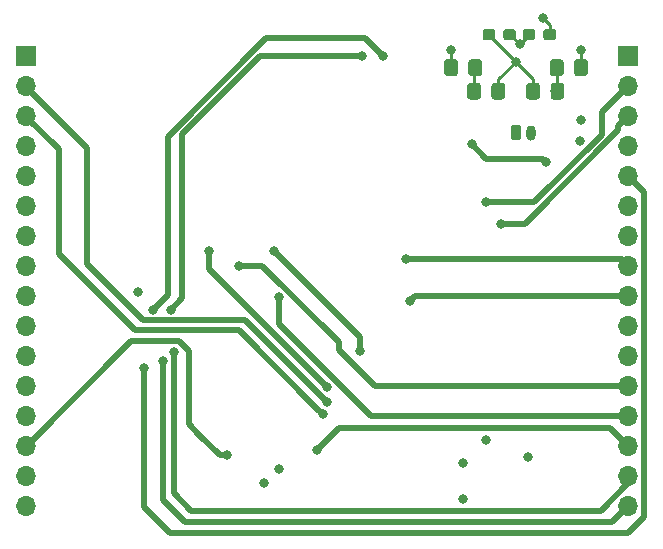
<source format=gbr>
%TF.GenerationSoftware,KiCad,Pcbnew,(5.0.2)-1*%
%TF.CreationDate,2020-07-31T09:38:14+02:00*%
%TF.ProjectId,Multimeter_Watch_Board_V1,4d756c74-696d-4657-9465-725f57617463,rev?*%
%TF.SameCoordinates,Original*%
%TF.FileFunction,Copper,L4,Bot*%
%TF.FilePolarity,Positive*%
%FSLAX46Y46*%
G04 Gerber Fmt 4.6, Leading zero omitted, Abs format (unit mm)*
G04 Created by KiCad (PCBNEW (5.0.2)-1) date 31.7.2020 9:38:14*
%MOMM*%
%LPD*%
G01*
G04 APERTURE LIST*
%TA.AperFunction,ComponentPad*%
%ADD10O,1.700000X1.700000*%
%TD*%
%TA.AperFunction,ComponentPad*%
%ADD11R,1.700000X1.700000*%
%TD*%
%TA.AperFunction,Conductor*%
%ADD12C,0.100000*%
%TD*%
%TA.AperFunction,SMDPad,CuDef*%
%ADD13C,1.150000*%
%TD*%
%TA.AperFunction,SMDPad,CuDef*%
%ADD14C,0.950000*%
%TD*%
%TA.AperFunction,ComponentPad*%
%ADD15O,0.800000X1.300000*%
%TD*%
%TA.AperFunction,ComponentPad*%
%ADD16C,0.800000*%
%TD*%
%TA.AperFunction,ViaPad*%
%ADD17C,0.800000*%
%TD*%
%TA.AperFunction,Conductor*%
%ADD18C,0.500000*%
%TD*%
%TA.AperFunction,Conductor*%
%ADD19C,0.250000*%
%TD*%
G04 APERTURE END LIST*
D10*
%TO.P,J4,16*%
%TO.N,/SDA*%
X153000000Y-92100000D03*
%TO.P,J4,15*%
%TO.N,/SCL*%
X153000000Y-89560000D03*
%TO.P,J4,14*%
%TO.N,/PE5*%
X153000000Y-87020000D03*
%TO.P,J4,13*%
%TO.N,/SWC*%
X153000000Y-84480000D03*
%TO.P,J4,12*%
%TO.N,/SWD*%
X153000000Y-81940000D03*
%TO.P,J4,11*%
%TO.N,/SDA*%
X153000000Y-79400000D03*
%TO.P,J4,10*%
%TO.N,/SCL*%
X153000000Y-76860000D03*
%TO.P,J4,9*%
%TO.N,/ADC6*%
X153000000Y-74320000D03*
%TO.P,J4,8*%
%TO.N,/ADC11*%
X153000000Y-71780000D03*
%TO.P,J4,7*%
%TO.N,/ADC3*%
X153000000Y-69240000D03*
%TO.P,J4,6*%
%TO.N,/VCC_HALF*%
X153000000Y-66700000D03*
%TO.P,J4,5*%
%TO.N,/RESET*%
X153000000Y-64160000D03*
%TO.P,J4,4*%
%TO.N,/GND*%
X153000000Y-61620000D03*
%TO.P,J4,3*%
%TO.N,/PB6*%
X153000000Y-59080000D03*
%TO.P,J4,2*%
%TO.N,/PB7*%
X153000000Y-56540000D03*
D11*
%TO.P,J4,1*%
%TO.N,/VCC*%
X153000000Y-54000000D03*
%TD*%
D12*
%TO.N,Net-(R16-Pad2)*%
%TO.C,R18*%
G36*
X149349506Y-54301204D02*
X149373774Y-54304804D01*
X149397573Y-54310765D01*
X149420672Y-54319030D01*
X149442851Y-54329520D01*
X149463894Y-54342132D01*
X149483600Y-54356747D01*
X149501778Y-54373223D01*
X149518254Y-54391401D01*
X149532869Y-54411107D01*
X149545481Y-54432150D01*
X149555971Y-54454329D01*
X149564236Y-54477428D01*
X149570197Y-54501227D01*
X149573797Y-54525495D01*
X149575001Y-54549999D01*
X149575001Y-55450001D01*
X149573797Y-55474505D01*
X149570197Y-55498773D01*
X149564236Y-55522572D01*
X149555971Y-55545671D01*
X149545481Y-55567850D01*
X149532869Y-55588893D01*
X149518254Y-55608599D01*
X149501778Y-55626777D01*
X149483600Y-55643253D01*
X149463894Y-55657868D01*
X149442851Y-55670480D01*
X149420672Y-55680970D01*
X149397573Y-55689235D01*
X149373774Y-55695196D01*
X149349506Y-55698796D01*
X149325002Y-55700000D01*
X148675000Y-55700000D01*
X148650496Y-55698796D01*
X148626228Y-55695196D01*
X148602429Y-55689235D01*
X148579330Y-55680970D01*
X148557151Y-55670480D01*
X148536108Y-55657868D01*
X148516402Y-55643253D01*
X148498224Y-55626777D01*
X148481748Y-55608599D01*
X148467133Y-55588893D01*
X148454521Y-55567850D01*
X148444031Y-55545671D01*
X148435766Y-55522572D01*
X148429805Y-55498773D01*
X148426205Y-55474505D01*
X148425001Y-55450001D01*
X148425001Y-54549999D01*
X148426205Y-54525495D01*
X148429805Y-54501227D01*
X148435766Y-54477428D01*
X148444031Y-54454329D01*
X148454521Y-54432150D01*
X148467133Y-54411107D01*
X148481748Y-54391401D01*
X148498224Y-54373223D01*
X148516402Y-54356747D01*
X148536108Y-54342132D01*
X148557151Y-54329520D01*
X148579330Y-54319030D01*
X148602429Y-54310765D01*
X148626228Y-54304804D01*
X148650496Y-54301204D01*
X148675000Y-54300000D01*
X149325002Y-54300000D01*
X149349506Y-54301204D01*
X149349506Y-54301204D01*
G37*
D13*
%TD*%
%TO.P,R18,2*%
%TO.N,Net-(R16-Pad2)*%
X149000001Y-55000000D03*
D12*
%TO.N,Net-(C5-Pad2)*%
%TO.C,R18*%
G36*
X147299506Y-54301204D02*
X147323774Y-54304804D01*
X147347573Y-54310765D01*
X147370672Y-54319030D01*
X147392851Y-54329520D01*
X147413894Y-54342132D01*
X147433600Y-54356747D01*
X147451778Y-54373223D01*
X147468254Y-54391401D01*
X147482869Y-54411107D01*
X147495481Y-54432150D01*
X147505971Y-54454329D01*
X147514236Y-54477428D01*
X147520197Y-54501227D01*
X147523797Y-54525495D01*
X147525001Y-54549999D01*
X147525001Y-55450001D01*
X147523797Y-55474505D01*
X147520197Y-55498773D01*
X147514236Y-55522572D01*
X147505971Y-55545671D01*
X147495481Y-55567850D01*
X147482869Y-55588893D01*
X147468254Y-55608599D01*
X147451778Y-55626777D01*
X147433600Y-55643253D01*
X147413894Y-55657868D01*
X147392851Y-55670480D01*
X147370672Y-55680970D01*
X147347573Y-55689235D01*
X147323774Y-55695196D01*
X147299506Y-55698796D01*
X147275002Y-55700000D01*
X146625000Y-55700000D01*
X146600496Y-55698796D01*
X146576228Y-55695196D01*
X146552429Y-55689235D01*
X146529330Y-55680970D01*
X146507151Y-55670480D01*
X146486108Y-55657868D01*
X146466402Y-55643253D01*
X146448224Y-55626777D01*
X146431748Y-55608599D01*
X146417133Y-55588893D01*
X146404521Y-55567850D01*
X146394031Y-55545671D01*
X146385766Y-55522572D01*
X146379805Y-55498773D01*
X146376205Y-55474505D01*
X146375001Y-55450001D01*
X146375001Y-54549999D01*
X146376205Y-54525495D01*
X146379805Y-54501227D01*
X146385766Y-54477428D01*
X146394031Y-54454329D01*
X146404521Y-54432150D01*
X146417133Y-54411107D01*
X146431748Y-54391401D01*
X146448224Y-54373223D01*
X146466402Y-54356747D01*
X146486108Y-54342132D01*
X146507151Y-54329520D01*
X146529330Y-54319030D01*
X146552429Y-54310765D01*
X146576228Y-54304804D01*
X146600496Y-54301204D01*
X146625000Y-54300000D01*
X147275002Y-54300000D01*
X147299506Y-54301204D01*
X147299506Y-54301204D01*
G37*
D13*
%TD*%
%TO.P,R18,1*%
%TO.N,Net-(C5-Pad2)*%
X146950001Y-55000000D03*
D12*
%TO.N,/ADC2*%
%TO.C,R17*%
G36*
X138349504Y-54301204D02*
X138373772Y-54304804D01*
X138397571Y-54310765D01*
X138420670Y-54319030D01*
X138442849Y-54329520D01*
X138463892Y-54342132D01*
X138483598Y-54356747D01*
X138501776Y-54373223D01*
X138518252Y-54391401D01*
X138532867Y-54411107D01*
X138545479Y-54432150D01*
X138555969Y-54454329D01*
X138564234Y-54477428D01*
X138570195Y-54501227D01*
X138573795Y-54525495D01*
X138574999Y-54549999D01*
X138574999Y-55450001D01*
X138573795Y-55474505D01*
X138570195Y-55498773D01*
X138564234Y-55522572D01*
X138555969Y-55545671D01*
X138545479Y-55567850D01*
X138532867Y-55588893D01*
X138518252Y-55608599D01*
X138501776Y-55626777D01*
X138483598Y-55643253D01*
X138463892Y-55657868D01*
X138442849Y-55670480D01*
X138420670Y-55680970D01*
X138397571Y-55689235D01*
X138373772Y-55695196D01*
X138349504Y-55698796D01*
X138325000Y-55700000D01*
X137674998Y-55700000D01*
X137650494Y-55698796D01*
X137626226Y-55695196D01*
X137602427Y-55689235D01*
X137579328Y-55680970D01*
X137557149Y-55670480D01*
X137536106Y-55657868D01*
X137516400Y-55643253D01*
X137498222Y-55626777D01*
X137481746Y-55608599D01*
X137467131Y-55588893D01*
X137454519Y-55567850D01*
X137444029Y-55545671D01*
X137435764Y-55522572D01*
X137429803Y-55498773D01*
X137426203Y-55474505D01*
X137424999Y-55450001D01*
X137424999Y-54549999D01*
X137426203Y-54525495D01*
X137429803Y-54501227D01*
X137435764Y-54477428D01*
X137444029Y-54454329D01*
X137454519Y-54432150D01*
X137467131Y-54411107D01*
X137481746Y-54391401D01*
X137498222Y-54373223D01*
X137516400Y-54356747D01*
X137536106Y-54342132D01*
X137557149Y-54329520D01*
X137579328Y-54319030D01*
X137602427Y-54310765D01*
X137626226Y-54304804D01*
X137650494Y-54301204D01*
X137674998Y-54300000D01*
X138325000Y-54300000D01*
X138349504Y-54301204D01*
X138349504Y-54301204D01*
G37*
D13*
%TD*%
%TO.P,R17,2*%
%TO.N,/ADC2*%
X137999999Y-55000000D03*
D12*
%TO.N,Net-(C4-Pad2)*%
%TO.C,R17*%
G36*
X140399504Y-54301204D02*
X140423772Y-54304804D01*
X140447571Y-54310765D01*
X140470670Y-54319030D01*
X140492849Y-54329520D01*
X140513892Y-54342132D01*
X140533598Y-54356747D01*
X140551776Y-54373223D01*
X140568252Y-54391401D01*
X140582867Y-54411107D01*
X140595479Y-54432150D01*
X140605969Y-54454329D01*
X140614234Y-54477428D01*
X140620195Y-54501227D01*
X140623795Y-54525495D01*
X140624999Y-54549999D01*
X140624999Y-55450001D01*
X140623795Y-55474505D01*
X140620195Y-55498773D01*
X140614234Y-55522572D01*
X140605969Y-55545671D01*
X140595479Y-55567850D01*
X140582867Y-55588893D01*
X140568252Y-55608599D01*
X140551776Y-55626777D01*
X140533598Y-55643253D01*
X140513892Y-55657868D01*
X140492849Y-55670480D01*
X140470670Y-55680970D01*
X140447571Y-55689235D01*
X140423772Y-55695196D01*
X140399504Y-55698796D01*
X140375000Y-55700000D01*
X139724998Y-55700000D01*
X139700494Y-55698796D01*
X139676226Y-55695196D01*
X139652427Y-55689235D01*
X139629328Y-55680970D01*
X139607149Y-55670480D01*
X139586106Y-55657868D01*
X139566400Y-55643253D01*
X139548222Y-55626777D01*
X139531746Y-55608599D01*
X139517131Y-55588893D01*
X139504519Y-55567850D01*
X139494029Y-55545671D01*
X139485764Y-55522572D01*
X139479803Y-55498773D01*
X139476203Y-55474505D01*
X139474999Y-55450001D01*
X139474999Y-54549999D01*
X139476203Y-54525495D01*
X139479803Y-54501227D01*
X139485764Y-54477428D01*
X139494029Y-54454329D01*
X139504519Y-54432150D01*
X139517131Y-54411107D01*
X139531746Y-54391401D01*
X139548222Y-54373223D01*
X139566400Y-54356747D01*
X139586106Y-54342132D01*
X139607149Y-54329520D01*
X139629328Y-54319030D01*
X139652427Y-54310765D01*
X139676226Y-54304804D01*
X139700494Y-54301204D01*
X139724998Y-54300000D01*
X140375000Y-54300000D01*
X140399504Y-54301204D01*
X140399504Y-54301204D01*
G37*
D13*
%TD*%
%TO.P,R17,1*%
%TO.N,Net-(C4-Pad2)*%
X140049999Y-55000000D03*
D12*
%TO.N,Net-(C5-Pad2)*%
%TO.C,C5*%
G36*
X147349505Y-56301204D02*
X147373773Y-56304804D01*
X147397572Y-56310765D01*
X147420671Y-56319030D01*
X147442850Y-56329520D01*
X147463893Y-56342132D01*
X147483599Y-56356747D01*
X147501777Y-56373223D01*
X147518253Y-56391401D01*
X147532868Y-56411107D01*
X147545480Y-56432150D01*
X147555970Y-56454329D01*
X147564235Y-56477428D01*
X147570196Y-56501227D01*
X147573796Y-56525495D01*
X147575000Y-56549999D01*
X147575000Y-57450001D01*
X147573796Y-57474505D01*
X147570196Y-57498773D01*
X147564235Y-57522572D01*
X147555970Y-57545671D01*
X147545480Y-57567850D01*
X147532868Y-57588893D01*
X147518253Y-57608599D01*
X147501777Y-57626777D01*
X147483599Y-57643253D01*
X147463893Y-57657868D01*
X147442850Y-57670480D01*
X147420671Y-57680970D01*
X147397572Y-57689235D01*
X147373773Y-57695196D01*
X147349505Y-57698796D01*
X147325001Y-57700000D01*
X146674999Y-57700000D01*
X146650495Y-57698796D01*
X146626227Y-57695196D01*
X146602428Y-57689235D01*
X146579329Y-57680970D01*
X146557150Y-57670480D01*
X146536107Y-57657868D01*
X146516401Y-57643253D01*
X146498223Y-57626777D01*
X146481747Y-57608599D01*
X146467132Y-57588893D01*
X146454520Y-57567850D01*
X146444030Y-57545671D01*
X146435765Y-57522572D01*
X146429804Y-57498773D01*
X146426204Y-57474505D01*
X146425000Y-57450001D01*
X146425000Y-56549999D01*
X146426204Y-56525495D01*
X146429804Y-56501227D01*
X146435765Y-56477428D01*
X146444030Y-56454329D01*
X146454520Y-56432150D01*
X146467132Y-56411107D01*
X146481747Y-56391401D01*
X146498223Y-56373223D01*
X146516401Y-56356747D01*
X146536107Y-56342132D01*
X146557150Y-56329520D01*
X146579329Y-56319030D01*
X146602428Y-56310765D01*
X146626227Y-56304804D01*
X146650495Y-56301204D01*
X146674999Y-56300000D01*
X147325001Y-56300000D01*
X147349505Y-56301204D01*
X147349505Y-56301204D01*
G37*
D13*
%TD*%
%TO.P,C5,2*%
%TO.N,Net-(C5-Pad2)*%
X147000000Y-57000000D03*
D12*
%TO.N,/GND*%
%TO.C,C5*%
G36*
X145299505Y-56301204D02*
X145323773Y-56304804D01*
X145347572Y-56310765D01*
X145370671Y-56319030D01*
X145392850Y-56329520D01*
X145413893Y-56342132D01*
X145433599Y-56356747D01*
X145451777Y-56373223D01*
X145468253Y-56391401D01*
X145482868Y-56411107D01*
X145495480Y-56432150D01*
X145505970Y-56454329D01*
X145514235Y-56477428D01*
X145520196Y-56501227D01*
X145523796Y-56525495D01*
X145525000Y-56549999D01*
X145525000Y-57450001D01*
X145523796Y-57474505D01*
X145520196Y-57498773D01*
X145514235Y-57522572D01*
X145505970Y-57545671D01*
X145495480Y-57567850D01*
X145482868Y-57588893D01*
X145468253Y-57608599D01*
X145451777Y-57626777D01*
X145433599Y-57643253D01*
X145413893Y-57657868D01*
X145392850Y-57670480D01*
X145370671Y-57680970D01*
X145347572Y-57689235D01*
X145323773Y-57695196D01*
X145299505Y-57698796D01*
X145275001Y-57700000D01*
X144624999Y-57700000D01*
X144600495Y-57698796D01*
X144576227Y-57695196D01*
X144552428Y-57689235D01*
X144529329Y-57680970D01*
X144507150Y-57670480D01*
X144486107Y-57657868D01*
X144466401Y-57643253D01*
X144448223Y-57626777D01*
X144431747Y-57608599D01*
X144417132Y-57588893D01*
X144404520Y-57567850D01*
X144394030Y-57545671D01*
X144385765Y-57522572D01*
X144379804Y-57498773D01*
X144376204Y-57474505D01*
X144375000Y-57450001D01*
X144375000Y-56549999D01*
X144376204Y-56525495D01*
X144379804Y-56501227D01*
X144385765Y-56477428D01*
X144394030Y-56454329D01*
X144404520Y-56432150D01*
X144417132Y-56411107D01*
X144431747Y-56391401D01*
X144448223Y-56373223D01*
X144466401Y-56356747D01*
X144486107Y-56342132D01*
X144507150Y-56329520D01*
X144529329Y-56319030D01*
X144552428Y-56310765D01*
X144576227Y-56304804D01*
X144600495Y-56301204D01*
X144624999Y-56300000D01*
X145275001Y-56300000D01*
X145299505Y-56301204D01*
X145299505Y-56301204D01*
G37*
D13*
%TD*%
%TO.P,C5,1*%
%TO.N,/GND*%
X144950000Y-57000000D03*
D12*
%TO.N,Net-(C4-Pad2)*%
%TO.C,C4*%
G36*
X140299505Y-56301204D02*
X140323773Y-56304804D01*
X140347572Y-56310765D01*
X140370671Y-56319030D01*
X140392850Y-56329520D01*
X140413893Y-56342132D01*
X140433599Y-56356747D01*
X140451777Y-56373223D01*
X140468253Y-56391401D01*
X140482868Y-56411107D01*
X140495480Y-56432150D01*
X140505970Y-56454329D01*
X140514235Y-56477428D01*
X140520196Y-56501227D01*
X140523796Y-56525495D01*
X140525000Y-56549999D01*
X140525000Y-57450001D01*
X140523796Y-57474505D01*
X140520196Y-57498773D01*
X140514235Y-57522572D01*
X140505970Y-57545671D01*
X140495480Y-57567850D01*
X140482868Y-57588893D01*
X140468253Y-57608599D01*
X140451777Y-57626777D01*
X140433599Y-57643253D01*
X140413893Y-57657868D01*
X140392850Y-57670480D01*
X140370671Y-57680970D01*
X140347572Y-57689235D01*
X140323773Y-57695196D01*
X140299505Y-57698796D01*
X140275001Y-57700000D01*
X139624999Y-57700000D01*
X139600495Y-57698796D01*
X139576227Y-57695196D01*
X139552428Y-57689235D01*
X139529329Y-57680970D01*
X139507150Y-57670480D01*
X139486107Y-57657868D01*
X139466401Y-57643253D01*
X139448223Y-57626777D01*
X139431747Y-57608599D01*
X139417132Y-57588893D01*
X139404520Y-57567850D01*
X139394030Y-57545671D01*
X139385765Y-57522572D01*
X139379804Y-57498773D01*
X139376204Y-57474505D01*
X139375000Y-57450001D01*
X139375000Y-56549999D01*
X139376204Y-56525495D01*
X139379804Y-56501227D01*
X139385765Y-56477428D01*
X139394030Y-56454329D01*
X139404520Y-56432150D01*
X139417132Y-56411107D01*
X139431747Y-56391401D01*
X139448223Y-56373223D01*
X139466401Y-56356747D01*
X139486107Y-56342132D01*
X139507150Y-56329520D01*
X139529329Y-56319030D01*
X139552428Y-56310765D01*
X139576227Y-56304804D01*
X139600495Y-56301204D01*
X139624999Y-56300000D01*
X140275001Y-56300000D01*
X140299505Y-56301204D01*
X140299505Y-56301204D01*
G37*
D13*
%TD*%
%TO.P,C4,2*%
%TO.N,Net-(C4-Pad2)*%
X139950000Y-57000000D03*
D12*
%TO.N,/GND*%
%TO.C,C4*%
G36*
X142349505Y-56301204D02*
X142373773Y-56304804D01*
X142397572Y-56310765D01*
X142420671Y-56319030D01*
X142442850Y-56329520D01*
X142463893Y-56342132D01*
X142483599Y-56356747D01*
X142501777Y-56373223D01*
X142518253Y-56391401D01*
X142532868Y-56411107D01*
X142545480Y-56432150D01*
X142555970Y-56454329D01*
X142564235Y-56477428D01*
X142570196Y-56501227D01*
X142573796Y-56525495D01*
X142575000Y-56549999D01*
X142575000Y-57450001D01*
X142573796Y-57474505D01*
X142570196Y-57498773D01*
X142564235Y-57522572D01*
X142555970Y-57545671D01*
X142545480Y-57567850D01*
X142532868Y-57588893D01*
X142518253Y-57608599D01*
X142501777Y-57626777D01*
X142483599Y-57643253D01*
X142463893Y-57657868D01*
X142442850Y-57670480D01*
X142420671Y-57680970D01*
X142397572Y-57689235D01*
X142373773Y-57695196D01*
X142349505Y-57698796D01*
X142325001Y-57700000D01*
X141674999Y-57700000D01*
X141650495Y-57698796D01*
X141626227Y-57695196D01*
X141602428Y-57689235D01*
X141579329Y-57680970D01*
X141557150Y-57670480D01*
X141536107Y-57657868D01*
X141516401Y-57643253D01*
X141498223Y-57626777D01*
X141481747Y-57608599D01*
X141467132Y-57588893D01*
X141454520Y-57567850D01*
X141444030Y-57545671D01*
X141435765Y-57522572D01*
X141429804Y-57498773D01*
X141426204Y-57474505D01*
X141425000Y-57450001D01*
X141425000Y-56549999D01*
X141426204Y-56525495D01*
X141429804Y-56501227D01*
X141435765Y-56477428D01*
X141444030Y-56454329D01*
X141454520Y-56432150D01*
X141467132Y-56411107D01*
X141481747Y-56391401D01*
X141498223Y-56373223D01*
X141516401Y-56356747D01*
X141536107Y-56342132D01*
X141557150Y-56329520D01*
X141579329Y-56319030D01*
X141602428Y-56310765D01*
X141626227Y-56304804D01*
X141650495Y-56301204D01*
X141674999Y-56300000D01*
X142325001Y-56300000D01*
X142349505Y-56301204D01*
X142349505Y-56301204D01*
G37*
D13*
%TD*%
%TO.P,C4,1*%
%TO.N,/GND*%
X142000000Y-57000000D03*
D12*
%TO.N,/GND*%
%TO.C,R14*%
G36*
X141510779Y-51726144D02*
X141533834Y-51729563D01*
X141556443Y-51735227D01*
X141578387Y-51743079D01*
X141599457Y-51753044D01*
X141619448Y-51765026D01*
X141638168Y-51778910D01*
X141655438Y-51794562D01*
X141671090Y-51811832D01*
X141684974Y-51830552D01*
X141696956Y-51850543D01*
X141706921Y-51871613D01*
X141714773Y-51893557D01*
X141720437Y-51916166D01*
X141723856Y-51939221D01*
X141725000Y-51962500D01*
X141725000Y-52437500D01*
X141723856Y-52460779D01*
X141720437Y-52483834D01*
X141714773Y-52506443D01*
X141706921Y-52528387D01*
X141696956Y-52549457D01*
X141684974Y-52569448D01*
X141671090Y-52588168D01*
X141655438Y-52605438D01*
X141638168Y-52621090D01*
X141619448Y-52634974D01*
X141599457Y-52646956D01*
X141578387Y-52656921D01*
X141556443Y-52664773D01*
X141533834Y-52670437D01*
X141510779Y-52673856D01*
X141487500Y-52675000D01*
X140912500Y-52675000D01*
X140889221Y-52673856D01*
X140866166Y-52670437D01*
X140843557Y-52664773D01*
X140821613Y-52656921D01*
X140800543Y-52646956D01*
X140780552Y-52634974D01*
X140761832Y-52621090D01*
X140744562Y-52605438D01*
X140728910Y-52588168D01*
X140715026Y-52569448D01*
X140703044Y-52549457D01*
X140693079Y-52528387D01*
X140685227Y-52506443D01*
X140679563Y-52483834D01*
X140676144Y-52460779D01*
X140675000Y-52437500D01*
X140675000Y-51962500D01*
X140676144Y-51939221D01*
X140679563Y-51916166D01*
X140685227Y-51893557D01*
X140693079Y-51871613D01*
X140703044Y-51850543D01*
X140715026Y-51830552D01*
X140728910Y-51811832D01*
X140744562Y-51794562D01*
X140761832Y-51778910D01*
X140780552Y-51765026D01*
X140800543Y-51753044D01*
X140821613Y-51743079D01*
X140843557Y-51735227D01*
X140866166Y-51729563D01*
X140889221Y-51726144D01*
X140912500Y-51725000D01*
X141487500Y-51725000D01*
X141510779Y-51726144D01*
X141510779Y-51726144D01*
G37*
D14*
%TD*%
%TO.P,R14,2*%
%TO.N,/GND*%
X141200000Y-52200000D03*
D12*
%TO.N,Net-(R13-Pad2)*%
%TO.C,R14*%
G36*
X143260779Y-51726144D02*
X143283834Y-51729563D01*
X143306443Y-51735227D01*
X143328387Y-51743079D01*
X143349457Y-51753044D01*
X143369448Y-51765026D01*
X143388168Y-51778910D01*
X143405438Y-51794562D01*
X143421090Y-51811832D01*
X143434974Y-51830552D01*
X143446956Y-51850543D01*
X143456921Y-51871613D01*
X143464773Y-51893557D01*
X143470437Y-51916166D01*
X143473856Y-51939221D01*
X143475000Y-51962500D01*
X143475000Y-52437500D01*
X143473856Y-52460779D01*
X143470437Y-52483834D01*
X143464773Y-52506443D01*
X143456921Y-52528387D01*
X143446956Y-52549457D01*
X143434974Y-52569448D01*
X143421090Y-52588168D01*
X143405438Y-52605438D01*
X143388168Y-52621090D01*
X143369448Y-52634974D01*
X143349457Y-52646956D01*
X143328387Y-52656921D01*
X143306443Y-52664773D01*
X143283834Y-52670437D01*
X143260779Y-52673856D01*
X143237500Y-52675000D01*
X142662500Y-52675000D01*
X142639221Y-52673856D01*
X142616166Y-52670437D01*
X142593557Y-52664773D01*
X142571613Y-52656921D01*
X142550543Y-52646956D01*
X142530552Y-52634974D01*
X142511832Y-52621090D01*
X142494562Y-52605438D01*
X142478910Y-52588168D01*
X142465026Y-52569448D01*
X142453044Y-52549457D01*
X142443079Y-52528387D01*
X142435227Y-52506443D01*
X142429563Y-52483834D01*
X142426144Y-52460779D01*
X142425000Y-52437500D01*
X142425000Y-51962500D01*
X142426144Y-51939221D01*
X142429563Y-51916166D01*
X142435227Y-51893557D01*
X142443079Y-51871613D01*
X142453044Y-51850543D01*
X142465026Y-51830552D01*
X142478910Y-51811832D01*
X142494562Y-51794562D01*
X142511832Y-51778910D01*
X142530552Y-51765026D01*
X142550543Y-51753044D01*
X142571613Y-51743079D01*
X142593557Y-51735227D01*
X142616166Y-51729563D01*
X142639221Y-51726144D01*
X142662500Y-51725000D01*
X143237500Y-51725000D01*
X143260779Y-51726144D01*
X143260779Y-51726144D01*
G37*
D14*
%TD*%
%TO.P,R14,1*%
%TO.N,Net-(R13-Pad2)*%
X142950000Y-52200000D03*
D12*
%TO.N,Net-(R13-Pad2)*%
%TO.C,R13*%
G36*
X144910778Y-51726144D02*
X144933833Y-51729563D01*
X144956442Y-51735227D01*
X144978386Y-51743079D01*
X144999456Y-51753044D01*
X145019447Y-51765026D01*
X145038167Y-51778910D01*
X145055437Y-51794562D01*
X145071089Y-51811832D01*
X145084973Y-51830552D01*
X145096955Y-51850543D01*
X145106920Y-51871613D01*
X145114772Y-51893557D01*
X145120436Y-51916166D01*
X145123855Y-51939221D01*
X145124999Y-51962500D01*
X145124999Y-52437500D01*
X145123855Y-52460779D01*
X145120436Y-52483834D01*
X145114772Y-52506443D01*
X145106920Y-52528387D01*
X145096955Y-52549457D01*
X145084973Y-52569448D01*
X145071089Y-52588168D01*
X145055437Y-52605438D01*
X145038167Y-52621090D01*
X145019447Y-52634974D01*
X144999456Y-52646956D01*
X144978386Y-52656921D01*
X144956442Y-52664773D01*
X144933833Y-52670437D01*
X144910778Y-52673856D01*
X144887499Y-52675000D01*
X144312499Y-52675000D01*
X144289220Y-52673856D01*
X144266165Y-52670437D01*
X144243556Y-52664773D01*
X144221612Y-52656921D01*
X144200542Y-52646956D01*
X144180551Y-52634974D01*
X144161831Y-52621090D01*
X144144561Y-52605438D01*
X144128909Y-52588168D01*
X144115025Y-52569448D01*
X144103043Y-52549457D01*
X144093078Y-52528387D01*
X144085226Y-52506443D01*
X144079562Y-52483834D01*
X144076143Y-52460779D01*
X144074999Y-52437500D01*
X144074999Y-51962500D01*
X144076143Y-51939221D01*
X144079562Y-51916166D01*
X144085226Y-51893557D01*
X144093078Y-51871613D01*
X144103043Y-51850543D01*
X144115025Y-51830552D01*
X144128909Y-51811832D01*
X144144561Y-51794562D01*
X144161831Y-51778910D01*
X144180551Y-51765026D01*
X144200542Y-51753044D01*
X144221612Y-51743079D01*
X144243556Y-51735227D01*
X144266165Y-51729563D01*
X144289220Y-51726144D01*
X144312499Y-51725000D01*
X144887499Y-51725000D01*
X144910778Y-51726144D01*
X144910778Y-51726144D01*
G37*
D14*
%TD*%
%TO.P,R13,2*%
%TO.N,Net-(R13-Pad2)*%
X144599999Y-52200000D03*
D12*
%TO.N,/VCC*%
%TO.C,R13*%
G36*
X146660778Y-51726144D02*
X146683833Y-51729563D01*
X146706442Y-51735227D01*
X146728386Y-51743079D01*
X146749456Y-51753044D01*
X146769447Y-51765026D01*
X146788167Y-51778910D01*
X146805437Y-51794562D01*
X146821089Y-51811832D01*
X146834973Y-51830552D01*
X146846955Y-51850543D01*
X146856920Y-51871613D01*
X146864772Y-51893557D01*
X146870436Y-51916166D01*
X146873855Y-51939221D01*
X146874999Y-51962500D01*
X146874999Y-52437500D01*
X146873855Y-52460779D01*
X146870436Y-52483834D01*
X146864772Y-52506443D01*
X146856920Y-52528387D01*
X146846955Y-52549457D01*
X146834973Y-52569448D01*
X146821089Y-52588168D01*
X146805437Y-52605438D01*
X146788167Y-52621090D01*
X146769447Y-52634974D01*
X146749456Y-52646956D01*
X146728386Y-52656921D01*
X146706442Y-52664773D01*
X146683833Y-52670437D01*
X146660778Y-52673856D01*
X146637499Y-52675000D01*
X146062499Y-52675000D01*
X146039220Y-52673856D01*
X146016165Y-52670437D01*
X145993556Y-52664773D01*
X145971612Y-52656921D01*
X145950542Y-52646956D01*
X145930551Y-52634974D01*
X145911831Y-52621090D01*
X145894561Y-52605438D01*
X145878909Y-52588168D01*
X145865025Y-52569448D01*
X145853043Y-52549457D01*
X145843078Y-52528387D01*
X145835226Y-52506443D01*
X145829562Y-52483834D01*
X145826143Y-52460779D01*
X145824999Y-52437500D01*
X145824999Y-51962500D01*
X145826143Y-51939221D01*
X145829562Y-51916166D01*
X145835226Y-51893557D01*
X145843078Y-51871613D01*
X145853043Y-51850543D01*
X145865025Y-51830552D01*
X145878909Y-51811832D01*
X145894561Y-51794562D01*
X145911831Y-51778910D01*
X145930551Y-51765026D01*
X145950542Y-51753044D01*
X145971612Y-51743079D01*
X145993556Y-51735227D01*
X146016165Y-51729563D01*
X146039220Y-51726144D01*
X146062499Y-51725000D01*
X146637499Y-51725000D01*
X146660778Y-51726144D01*
X146660778Y-51726144D01*
G37*
D14*
%TD*%
%TO.P,R13,1*%
%TO.N,/VCC*%
X146349999Y-52200000D03*
D15*
%TO.P,BT1,2*%
%TO.N,/GND*%
X144750000Y-60500000D03*
D12*
%TD*%
%TO.N,/VCC*%
%TO.C,BT1*%
G36*
X143719603Y-59850963D02*
X143739018Y-59853843D01*
X143758057Y-59858612D01*
X143776537Y-59865224D01*
X143794279Y-59873616D01*
X143811114Y-59883706D01*
X143826879Y-59895398D01*
X143841421Y-59908579D01*
X143854602Y-59923121D01*
X143866294Y-59938886D01*
X143876384Y-59955721D01*
X143884776Y-59973463D01*
X143891388Y-59991943D01*
X143896157Y-60010982D01*
X143899037Y-60030397D01*
X143900000Y-60050000D01*
X143900000Y-60950000D01*
X143899037Y-60969603D01*
X143896157Y-60989018D01*
X143891388Y-61008057D01*
X143884776Y-61026537D01*
X143876384Y-61044279D01*
X143866294Y-61061114D01*
X143854602Y-61076879D01*
X143841421Y-61091421D01*
X143826879Y-61104602D01*
X143811114Y-61116294D01*
X143794279Y-61126384D01*
X143776537Y-61134776D01*
X143758057Y-61141388D01*
X143739018Y-61146157D01*
X143719603Y-61149037D01*
X143700000Y-61150000D01*
X143300000Y-61150000D01*
X143280397Y-61149037D01*
X143260982Y-61146157D01*
X143241943Y-61141388D01*
X143223463Y-61134776D01*
X143205721Y-61126384D01*
X143188886Y-61116294D01*
X143173121Y-61104602D01*
X143158579Y-61091421D01*
X143145398Y-61076879D01*
X143133706Y-61061114D01*
X143123616Y-61044279D01*
X143115224Y-61026537D01*
X143108612Y-61008057D01*
X143103843Y-60989018D01*
X143100963Y-60969603D01*
X143100000Y-60950000D01*
X143100000Y-60050000D01*
X143100963Y-60030397D01*
X143103843Y-60010982D01*
X143108612Y-59991943D01*
X143115224Y-59973463D01*
X143123616Y-59955721D01*
X143133706Y-59938886D01*
X143145398Y-59923121D01*
X143158579Y-59908579D01*
X143173121Y-59895398D01*
X143188886Y-59883706D01*
X143205721Y-59873616D01*
X143223463Y-59865224D01*
X143241943Y-59858612D01*
X143260982Y-59853843D01*
X143280397Y-59850963D01*
X143300000Y-59850000D01*
X143700000Y-59850000D01*
X143719603Y-59850963D01*
X143719603Y-59850963D01*
G37*
D16*
%TO.P,BT1,1*%
%TO.N,/VCC*%
X143500000Y-60500000D03*
%TD*%
D10*
%TO.P,J5,16*%
%TO.N,/PD3*%
X102000000Y-92100000D03*
%TO.P,J5,15*%
%TO.N,/PD2*%
X102000000Y-89560000D03*
%TO.P,J5,14*%
%TO.N,/PE4*%
X102000000Y-87020000D03*
%TO.P,J5,13*%
%TO.N,/GND*%
X102000000Y-84480000D03*
%TO.P,J5,12*%
X102000000Y-81940000D03*
%TO.P,J5,11*%
X102000000Y-79400000D03*
%TO.P,J5,10*%
X102000000Y-76860000D03*
%TO.P,J5,9*%
%TO.N,/D1*%
X102000000Y-74320000D03*
%TO.P,J5,8*%
%TO.N,/D0*%
X102000000Y-71780000D03*
%TO.P,J5,7*%
%TO.N,/VCC*%
X102000000Y-69240000D03*
%TO.P,J5,6*%
X102000000Y-66700000D03*
%TO.P,J5,5*%
X102000000Y-64160000D03*
%TO.P,J5,4*%
X102000000Y-61620000D03*
%TO.P,J5,3*%
%TO.N,/PD5*%
X102000000Y-59080000D03*
%TO.P,J5,2*%
%TO.N,/PD6*%
X102000000Y-56540000D03*
D11*
%TO.P,J5,1*%
%TO.N,/GND*%
X102000000Y-54000000D03*
%TD*%
D17*
%TO.N,/ADC11*%
X134222266Y-71229425D03*
%TO.N,/ADC2*%
X138000000Y-53500000D03*
X130500000Y-54000000D03*
X114250000Y-75500000D03*
%TO.N,/ADC3*%
X132250000Y-54000000D03*
X112750000Y-75500000D03*
X139750000Y-61500000D03*
X146000000Y-63000000D03*
%TO.N,/RESET*%
X112000000Y-80400000D03*
%TO.N,/SDA*%
X113600000Y-79800000D03*
%TO.N,/SCL*%
X114531458Y-79068542D03*
%TO.N,/SWD*%
X120034000Y-71780000D03*
%TO.N,/ADC6*%
X134500000Y-74750000D03*
%TO.N,/SWC*%
X123400000Y-74400000D03*
%TO.N,/PB0*%
X123000000Y-70500000D03*
X130299998Y-79000000D03*
%TO.N,/VCC*%
X144500000Y-88000000D03*
X148971000Y-59436000D03*
X145800000Y-50800000D03*
X122200000Y-90200000D03*
X111500000Y-74000000D03*
%TO.N,/PE4*%
X119000000Y-87800000D03*
%TO.N,Net-(R16-Pad2)*%
X149000000Y-53500000D03*
%TO.N,/GND*%
X139000000Y-91500000D03*
X148941452Y-61184452D03*
X143500000Y-54500000D03*
X123400000Y-89000000D03*
X139000000Y-88500000D03*
X141000000Y-86500000D03*
%TO.N,Net-(R13-Pad2)*%
X143800000Y-53000000D03*
%TO.N,/PD7*%
X117500000Y-70500000D03*
X127527000Y-82067000D03*
%TO.N,/PD6*%
X127527004Y-83337000D03*
%TO.N,/PD5*%
X127145996Y-84353000D03*
%TO.N,/PB7*%
X141000000Y-66400000D03*
%TO.N,/PB6*%
X142200000Y-68200000D03*
%TO.N,/PE5*%
X126638000Y-87362010D03*
%TD*%
D18*
%TO.N,/ADC11*%
X152449425Y-71229425D02*
X153000000Y-71780000D01*
X134222266Y-71229425D02*
X152449425Y-71229425D01*
D19*
%TO.N,/ADC2*%
X138000000Y-54999999D02*
X137999999Y-55000000D01*
X138000000Y-53500000D02*
X138000000Y-54999999D01*
D18*
X121863588Y-54000000D02*
X115250000Y-60613588D01*
X130500000Y-54000000D02*
X121863588Y-54000000D01*
X115250000Y-60613588D02*
X115250000Y-74500000D01*
X115250000Y-74500000D02*
X114250000Y-75500000D01*
%TO.N,/ADC3*%
X132250000Y-54000000D02*
X130750000Y-52500000D01*
X122373625Y-52500000D02*
X114000000Y-60873625D01*
X130750000Y-52500000D02*
X122373625Y-52500000D01*
X114000000Y-60873625D02*
X114000000Y-74250000D01*
X114000000Y-74250000D02*
X112750000Y-75500000D01*
X139750000Y-61500000D02*
X141000000Y-62750000D01*
X141000000Y-62750000D02*
X145750000Y-62750000D01*
X145750000Y-62750000D02*
X146000000Y-63000000D01*
%TO.N,/RESET*%
X112000000Y-92200000D02*
X114200000Y-94400000D01*
X112000000Y-80400000D02*
X112000000Y-92200000D01*
X154350001Y-65510001D02*
X153000000Y-64160000D01*
X114200000Y-94400000D02*
X153000000Y-94400000D01*
X154350001Y-93049999D02*
X154350001Y-65510001D01*
X153000000Y-94400000D02*
X154350001Y-93049999D01*
%TO.N,/SDA*%
X113600000Y-79800000D02*
X113600000Y-91600000D01*
X113600000Y-91600000D02*
X115500000Y-93500000D01*
X151600000Y-93500000D02*
X153000000Y-92100000D01*
X115500000Y-93500000D02*
X151600000Y-93500000D01*
%TO.N,/SCL*%
X116000000Y-92500000D02*
X150675998Y-92500000D01*
X150675998Y-92500000D02*
X153000000Y-90175998D01*
X114531458Y-91031458D02*
X116000000Y-92500000D01*
X153000000Y-90175998D02*
X153000000Y-89560000D01*
X114531458Y-79068542D02*
X114531458Y-91031458D01*
%TO.N,/SWD*%
X122038002Y-71780000D02*
X128500000Y-78241998D01*
X120034000Y-71780000D02*
X122038002Y-71780000D01*
X128500000Y-78241998D02*
X128500000Y-78900000D01*
X131540000Y-81940000D02*
X153000000Y-81940000D01*
X128500000Y-78900000D02*
X131540000Y-81940000D01*
%TO.N,/ADC6*%
X134930000Y-74320000D02*
X153000000Y-74320000D01*
X134500000Y-74750000D02*
X134930000Y-74320000D01*
%TO.N,/SWC*%
X123400000Y-76681998D02*
X131198002Y-84480000D01*
X151797919Y-84480000D02*
X153000000Y-84480000D01*
X123400000Y-74400000D02*
X123400000Y-76681998D01*
X131198002Y-84480000D02*
X151797919Y-84480000D01*
%TO.N,/PB0*%
X130299998Y-77799998D02*
X130299998Y-78434315D01*
X123000000Y-70500000D02*
X130299998Y-77799998D01*
X130299998Y-78434315D02*
X130299998Y-79000000D01*
D19*
%TO.N,/VCC*%
X146349999Y-52200000D02*
X146349999Y-51349999D01*
X146349999Y-51349999D02*
X145800000Y-50800000D01*
D18*
%TO.N,/PE4*%
X110930001Y-78149999D02*
X114932684Y-78149999D01*
X102000000Y-87080000D02*
X110930001Y-78149999D01*
X118434315Y-87800000D02*
X116700000Y-86065685D01*
X119000000Y-87800000D02*
X118434315Y-87800000D01*
X116700000Y-86065685D02*
X116665685Y-86065685D01*
X116665685Y-86065685D02*
X115800000Y-85200000D01*
X115800000Y-79017315D02*
X114932684Y-78149999D01*
X115800000Y-85200000D02*
X115800000Y-79017315D01*
D19*
%TO.N,Net-(R16-Pad2)*%
X149000000Y-54999999D02*
X149000001Y-55000000D01*
X149000000Y-53500000D02*
X149000000Y-54999999D01*
%TO.N,/GND*%
X142000000Y-56000000D02*
X143500000Y-54500000D01*
X142000000Y-57000000D02*
X142000000Y-56000000D01*
X144950000Y-55950000D02*
X143500000Y-54500000D01*
X144950000Y-57000000D02*
X144950000Y-55950000D01*
X141200000Y-52200000D02*
X143500000Y-54500000D01*
%TO.N,Net-(R13-Pad2)*%
X144599999Y-52200001D02*
X143800000Y-53000000D01*
X144599999Y-52200000D02*
X144599999Y-52200001D01*
X143000000Y-52200000D02*
X143800000Y-53000000D01*
X142950000Y-52200000D02*
X143000000Y-52200000D01*
D18*
%TO.N,/PD7*%
X127127001Y-81667001D02*
X127527000Y-82067000D01*
X117500000Y-70500000D02*
X117500000Y-72040000D01*
X117500000Y-72040000D02*
X127127001Y-81667001D01*
%TO.N,/PD6*%
X107200000Y-71640000D02*
X111960000Y-76400000D01*
X120590004Y-76400000D02*
X127127005Y-82937001D01*
X127127005Y-82937001D02*
X127527004Y-83337000D01*
X111960000Y-76400000D02*
X120590004Y-76400000D01*
X107200000Y-61800000D02*
X107200000Y-71640000D01*
X102000000Y-56600000D02*
X107200000Y-61800000D01*
%TO.N,/PD5*%
X126745997Y-83953001D02*
X127145996Y-84353000D01*
X111252000Y-77216000D02*
X120008996Y-77216000D01*
X120008996Y-77216000D02*
X126745997Y-83953001D01*
X104775000Y-70739000D02*
X111252000Y-77216000D01*
X104775000Y-61915000D02*
X104775000Y-70739000D01*
X102000000Y-59140000D02*
X104775000Y-61915000D01*
%TO.N,/PB7*%
X150750000Y-58790000D02*
X153000000Y-56540000D01*
X150750000Y-60705000D02*
X150750000Y-58790000D01*
X145055000Y-66400000D02*
X150750000Y-60705000D01*
X142200000Y-66400000D02*
X145055000Y-66400000D01*
X142200000Y-66400000D02*
X141000000Y-66400000D01*
%TO.N,/PB6*%
X144244965Y-68200000D02*
X152150001Y-60294964D01*
X152150001Y-60294964D02*
X152150001Y-59929999D01*
X142200000Y-68200000D02*
X144244965Y-68200000D01*
X152150001Y-59929999D02*
X153000000Y-59080000D01*
%TO.N,/PE5*%
X152620000Y-87400000D02*
X153000000Y-87020000D01*
X128500010Y-85500000D02*
X127037999Y-86962011D01*
X127037999Y-86962011D02*
X126638000Y-87362010D01*
X151480000Y-85500000D02*
X128500010Y-85500000D01*
X153000000Y-87020000D02*
X151480000Y-85500000D01*
D19*
%TO.N,Net-(C4-Pad2)*%
X139950000Y-55099999D02*
X140049999Y-55000000D01*
X139950000Y-57000000D02*
X139950000Y-55099999D01*
%TO.N,Net-(C5-Pad2)*%
X147000000Y-55049999D02*
X146950001Y-55000000D01*
X147000000Y-57000000D02*
X147000000Y-55049999D01*
%TD*%
M02*

</source>
